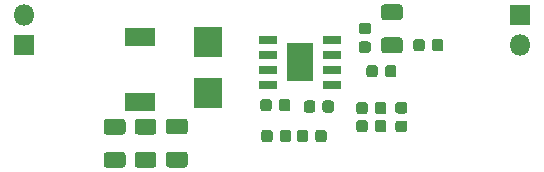
<source format=gbr>
%TF.GenerationSoftware,KiCad,Pcbnew,(5.1.6)-1*%
%TF.CreationDate,2021-05-11T15:15:27+02:00*%
%TF.ProjectId,Buck_Converter,4275636b-5f43-46f6-9e76-65727465722e,rev?*%
%TF.SameCoordinates,Original*%
%TF.FileFunction,Soldermask,Top*%
%TF.FilePolarity,Negative*%
%FSLAX46Y46*%
G04 Gerber Fmt 4.6, Leading zero omitted, Abs format (unit mm)*
G04 Created by KiCad (PCBNEW (5.1.6)-1) date 2021-05-11 15:15:27*
%MOMM*%
%LPD*%
G01*
G04 APERTURE LIST*
%ADD10R,2.400000X2.600000*%
%ADD11R,2.300000X3.200000*%
%ADD12R,1.625000X0.750000*%
%ADD13R,2.500000X1.600000*%
%ADD14R,1.800000X1.800000*%
%ADD15O,1.800000X1.800000*%
G04 APERTURE END LIST*
%TO.C,C1*%
G36*
G01*
X112635000Y-61895000D02*
X111325000Y-61895000D01*
G75*
G02*
X111055000Y-61625000I0J270000D01*
G01*
X111055000Y-60815000D01*
G75*
G02*
X111325000Y-60545000I270000J0D01*
G01*
X112635000Y-60545000D01*
G75*
G02*
X112905000Y-60815000I0J-270000D01*
G01*
X112905000Y-61625000D01*
G75*
G02*
X112635000Y-61895000I-270000J0D01*
G01*
G37*
G36*
G01*
X112635000Y-64695000D02*
X111325000Y-64695000D01*
G75*
G02*
X111055000Y-64425000I0J270000D01*
G01*
X111055000Y-63615000D01*
G75*
G02*
X111325000Y-63345000I270000J0D01*
G01*
X112635000Y-63345000D01*
G75*
G02*
X112905000Y-63615000I0J-270000D01*
G01*
X112905000Y-64425000D01*
G75*
G02*
X112635000Y-64695000I-270000J0D01*
G01*
G37*
%TD*%
%TO.C,C2*%
G36*
G01*
X109971250Y-63090000D02*
X109408750Y-63090000D01*
G75*
G02*
X109165000Y-62846250I0J243750D01*
G01*
X109165000Y-62358750D01*
G75*
G02*
X109408750Y-62115000I243750J0D01*
G01*
X109971250Y-62115000D01*
G75*
G02*
X110215000Y-62358750I0J-243750D01*
G01*
X110215000Y-62846250D01*
G75*
G02*
X109971250Y-63090000I-243750J0D01*
G01*
G37*
G36*
G01*
X109971250Y-64665000D02*
X109408750Y-64665000D01*
G75*
G02*
X109165000Y-64421250I0J243750D01*
G01*
X109165000Y-63933750D01*
G75*
G02*
X109408750Y-63690000I243750J0D01*
G01*
X109971250Y-63690000D01*
G75*
G02*
X110215000Y-63933750I0J-243750D01*
G01*
X110215000Y-64421250D01*
G75*
G02*
X109971250Y-64665000I-243750J0D01*
G01*
G37*
%TD*%
%TO.C,C3*%
G36*
G01*
X102408000Y-69369250D02*
X102408000Y-68806750D01*
G75*
G02*
X102651750Y-68563000I243750J0D01*
G01*
X103139250Y-68563000D01*
G75*
G02*
X103383000Y-68806750I0J-243750D01*
G01*
X103383000Y-69369250D01*
G75*
G02*
X103139250Y-69613000I-243750J0D01*
G01*
X102651750Y-69613000D01*
G75*
G02*
X102408000Y-69369250I0J243750D01*
G01*
G37*
G36*
G01*
X100833000Y-69369250D02*
X100833000Y-68806750D01*
G75*
G02*
X101076750Y-68563000I243750J0D01*
G01*
X101564250Y-68563000D01*
G75*
G02*
X101808000Y-68806750I0J-243750D01*
G01*
X101808000Y-69369250D01*
G75*
G02*
X101564250Y-69613000I-243750J0D01*
G01*
X101076750Y-69613000D01*
G75*
G02*
X100833000Y-69369250I0J243750D01*
G01*
G37*
%TD*%
%TO.C,C4*%
G36*
G01*
X100909200Y-71985450D02*
X100909200Y-71422950D01*
G75*
G02*
X101152950Y-71179200I243750J0D01*
G01*
X101640450Y-71179200D01*
G75*
G02*
X101884200Y-71422950I0J-243750D01*
G01*
X101884200Y-71985450D01*
G75*
G02*
X101640450Y-72229200I-243750J0D01*
G01*
X101152950Y-72229200D01*
G75*
G02*
X100909200Y-71985450I0J243750D01*
G01*
G37*
G36*
G01*
X102484200Y-71985450D02*
X102484200Y-71422950D01*
G75*
G02*
X102727950Y-71179200I243750J0D01*
G01*
X103215450Y-71179200D01*
G75*
G02*
X103459200Y-71422950I0J-243750D01*
G01*
X103459200Y-71985450D01*
G75*
G02*
X103215450Y-72229200I-243750J0D01*
G01*
X102727950Y-72229200D01*
G75*
G02*
X102484200Y-71985450I0J243750D01*
G01*
G37*
%TD*%
%TO.C,C5*%
G36*
G01*
X108961000Y-71147250D02*
X108961000Y-70584750D01*
G75*
G02*
X109204750Y-70341000I243750J0D01*
G01*
X109692250Y-70341000D01*
G75*
G02*
X109936000Y-70584750I0J-243750D01*
G01*
X109936000Y-71147250D01*
G75*
G02*
X109692250Y-71391000I-243750J0D01*
G01*
X109204750Y-71391000D01*
G75*
G02*
X108961000Y-71147250I0J243750D01*
G01*
G37*
G36*
G01*
X110536000Y-71147250D02*
X110536000Y-70584750D01*
G75*
G02*
X110779750Y-70341000I243750J0D01*
G01*
X111267250Y-70341000D01*
G75*
G02*
X111511000Y-70584750I0J-243750D01*
G01*
X111511000Y-71147250D01*
G75*
G02*
X111267250Y-71391000I-243750J0D01*
G01*
X110779750Y-71391000D01*
G75*
G02*
X110536000Y-71147250I0J243750D01*
G01*
G37*
%TD*%
%TO.C,C6*%
G36*
G01*
X89159000Y-74399000D02*
X87849000Y-74399000D01*
G75*
G02*
X87579000Y-74129000I0J270000D01*
G01*
X87579000Y-73319000D01*
G75*
G02*
X87849000Y-73049000I270000J0D01*
G01*
X89159000Y-73049000D01*
G75*
G02*
X89429000Y-73319000I0J-270000D01*
G01*
X89429000Y-74129000D01*
G75*
G02*
X89159000Y-74399000I-270000J0D01*
G01*
G37*
G36*
G01*
X89159000Y-71599000D02*
X87849000Y-71599000D01*
G75*
G02*
X87579000Y-71329000I0J270000D01*
G01*
X87579000Y-70519000D01*
G75*
G02*
X87849000Y-70249000I270000J0D01*
G01*
X89159000Y-70249000D01*
G75*
G02*
X89429000Y-70519000I0J-270000D01*
G01*
X89429000Y-71329000D01*
G75*
G02*
X89159000Y-71599000I-270000J0D01*
G01*
G37*
%TD*%
%TO.C,C7*%
G36*
G01*
X94419000Y-71569000D02*
X93109000Y-71569000D01*
G75*
G02*
X92839000Y-71299000I0J270000D01*
G01*
X92839000Y-70489000D01*
G75*
G02*
X93109000Y-70219000I270000J0D01*
G01*
X94419000Y-70219000D01*
G75*
G02*
X94689000Y-70489000I0J-270000D01*
G01*
X94689000Y-71299000D01*
G75*
G02*
X94419000Y-71569000I-270000J0D01*
G01*
G37*
G36*
G01*
X94419000Y-74369000D02*
X93109000Y-74369000D01*
G75*
G02*
X92839000Y-74099000I0J270000D01*
G01*
X92839000Y-73289000D01*
G75*
G02*
X93109000Y-73019000I270000J0D01*
G01*
X94419000Y-73019000D01*
G75*
G02*
X94689000Y-73289000I0J-270000D01*
G01*
X94689000Y-74099000D01*
G75*
G02*
X94419000Y-74369000I-270000J0D01*
G01*
G37*
%TD*%
%TO.C,C8*%
G36*
G01*
X91779000Y-74379000D02*
X90469000Y-74379000D01*
G75*
G02*
X90199000Y-74109000I0J270000D01*
G01*
X90199000Y-73299000D01*
G75*
G02*
X90469000Y-73029000I270000J0D01*
G01*
X91779000Y-73029000D01*
G75*
G02*
X92049000Y-73299000I0J-270000D01*
G01*
X92049000Y-74109000D01*
G75*
G02*
X91779000Y-74379000I-270000J0D01*
G01*
G37*
G36*
G01*
X91779000Y-71579000D02*
X90469000Y-71579000D01*
G75*
G02*
X90199000Y-71309000I0J270000D01*
G01*
X90199000Y-70499000D01*
G75*
G02*
X90469000Y-70229000I270000J0D01*
G01*
X91779000Y-70229000D01*
G75*
G02*
X92049000Y-70499000I0J-270000D01*
G01*
X92049000Y-71309000D01*
G75*
G02*
X91779000Y-71579000I-270000J0D01*
G01*
G37*
%TD*%
D10*
%TO.C,D1*%
X96416000Y-68054000D03*
X96416000Y-63754000D03*
%TD*%
D11*
%TO.C,IC1*%
X104230000Y-65470000D03*
D12*
X106942000Y-63565000D03*
X106942000Y-64835000D03*
X106942000Y-66105000D03*
X106942000Y-67375000D03*
X101518000Y-67375000D03*
X101518000Y-66105000D03*
X101518000Y-64835000D03*
X101518000Y-63565000D03*
%TD*%
D13*
%TO.C,L1*%
X90678000Y-63290000D03*
X90678000Y-68790000D03*
%TD*%
%TO.C,R1*%
G36*
G01*
X110790000Y-65938750D02*
X110790000Y-66501250D01*
G75*
G02*
X110546250Y-66745000I-243750J0D01*
G01*
X110058750Y-66745000D01*
G75*
G02*
X109815000Y-66501250I0J243750D01*
G01*
X109815000Y-65938750D01*
G75*
G02*
X110058750Y-65695000I243750J0D01*
G01*
X110546250Y-65695000D01*
G75*
G02*
X110790000Y-65938750I0J-243750D01*
G01*
G37*
G36*
G01*
X112365000Y-65938750D02*
X112365000Y-66501250D01*
G75*
G02*
X112121250Y-66745000I-243750J0D01*
G01*
X111633750Y-66745000D01*
G75*
G02*
X111390000Y-66501250I0J243750D01*
G01*
X111390000Y-65938750D01*
G75*
G02*
X111633750Y-65695000I243750J0D01*
G01*
X112121250Y-65695000D01*
G75*
G02*
X112365000Y-65938750I0J-243750D01*
G01*
G37*
%TD*%
%TO.C,R2*%
G36*
G01*
X103906400Y-71985450D02*
X103906400Y-71422950D01*
G75*
G02*
X104150150Y-71179200I243750J0D01*
G01*
X104637650Y-71179200D01*
G75*
G02*
X104881400Y-71422950I0J-243750D01*
G01*
X104881400Y-71985450D01*
G75*
G02*
X104637650Y-72229200I-243750J0D01*
G01*
X104150150Y-72229200D01*
G75*
G02*
X103906400Y-71985450I0J243750D01*
G01*
G37*
G36*
G01*
X105481400Y-71985450D02*
X105481400Y-71422950D01*
G75*
G02*
X105725150Y-71179200I243750J0D01*
G01*
X106212650Y-71179200D01*
G75*
G02*
X106456400Y-71422950I0J-243750D01*
G01*
X106456400Y-71985450D01*
G75*
G02*
X106212650Y-72229200I-243750J0D01*
G01*
X105725150Y-72229200D01*
G75*
G02*
X105481400Y-71985450I0J243750D01*
G01*
G37*
%TD*%
%TO.C,R3*%
G36*
G01*
X109936000Y-69060750D02*
X109936000Y-69623250D01*
G75*
G02*
X109692250Y-69867000I-243750J0D01*
G01*
X109204750Y-69867000D01*
G75*
G02*
X108961000Y-69623250I0J243750D01*
G01*
X108961000Y-69060750D01*
G75*
G02*
X109204750Y-68817000I243750J0D01*
G01*
X109692250Y-68817000D01*
G75*
G02*
X109936000Y-69060750I0J-243750D01*
G01*
G37*
G36*
G01*
X111511000Y-69060750D02*
X111511000Y-69623250D01*
G75*
G02*
X111267250Y-69867000I-243750J0D01*
G01*
X110779750Y-69867000D01*
G75*
G02*
X110536000Y-69623250I0J243750D01*
G01*
X110536000Y-69060750D01*
G75*
G02*
X110779750Y-68817000I243750J0D01*
G01*
X111267250Y-68817000D01*
G75*
G02*
X111511000Y-69060750I0J-243750D01*
G01*
G37*
%TD*%
%TO.C,R5*%
G36*
G01*
X112494750Y-68829000D02*
X113057250Y-68829000D01*
G75*
G02*
X113301000Y-69072750I0J-243750D01*
G01*
X113301000Y-69560250D01*
G75*
G02*
X113057250Y-69804000I-243750J0D01*
G01*
X112494750Y-69804000D01*
G75*
G02*
X112251000Y-69560250I0J243750D01*
G01*
X112251000Y-69072750D01*
G75*
G02*
X112494750Y-68829000I243750J0D01*
G01*
G37*
G36*
G01*
X112494750Y-70404000D02*
X113057250Y-70404000D01*
G75*
G02*
X113301000Y-70647750I0J-243750D01*
G01*
X113301000Y-71135250D01*
G75*
G02*
X113057250Y-71379000I-243750J0D01*
G01*
X112494750Y-71379000D01*
G75*
G02*
X112251000Y-71135250I0J243750D01*
G01*
X112251000Y-70647750D01*
G75*
G02*
X112494750Y-70404000I243750J0D01*
G01*
G37*
%TD*%
%TO.C,R4*%
G36*
G01*
X107075000Y-68928750D02*
X107075000Y-69491250D01*
G75*
G02*
X106831250Y-69735000I-243750J0D01*
G01*
X106343750Y-69735000D01*
G75*
G02*
X106100000Y-69491250I0J243750D01*
G01*
X106100000Y-68928750D01*
G75*
G02*
X106343750Y-68685000I243750J0D01*
G01*
X106831250Y-68685000D01*
G75*
G02*
X107075000Y-68928750I0J-243750D01*
G01*
G37*
G36*
G01*
X105500000Y-68928750D02*
X105500000Y-69491250D01*
G75*
G02*
X105256250Y-69735000I-243750J0D01*
G01*
X104768750Y-69735000D01*
G75*
G02*
X104525000Y-69491250I0J243750D01*
G01*
X104525000Y-68928750D01*
G75*
G02*
X104768750Y-68685000I243750J0D01*
G01*
X105256250Y-68685000D01*
G75*
G02*
X105500000Y-68928750I0J-243750D01*
G01*
G37*
%TD*%
%TO.C,R6*%
G36*
G01*
X116337000Y-63726750D02*
X116337000Y-64289250D01*
G75*
G02*
X116093250Y-64533000I-243750J0D01*
G01*
X115605750Y-64533000D01*
G75*
G02*
X115362000Y-64289250I0J243750D01*
G01*
X115362000Y-63726750D01*
G75*
G02*
X115605750Y-63483000I243750J0D01*
G01*
X116093250Y-63483000D01*
G75*
G02*
X116337000Y-63726750I0J-243750D01*
G01*
G37*
G36*
G01*
X114762000Y-63726750D02*
X114762000Y-64289250D01*
G75*
G02*
X114518250Y-64533000I-243750J0D01*
G01*
X114030750Y-64533000D01*
G75*
G02*
X113787000Y-64289250I0J243750D01*
G01*
X113787000Y-63726750D01*
G75*
G02*
X114030750Y-63483000I243750J0D01*
G01*
X114518250Y-63483000D01*
G75*
G02*
X114762000Y-63726750I0J-243750D01*
G01*
G37*
%TD*%
D14*
%TO.C,J1*%
X122859800Y-61429900D03*
D15*
X122859800Y-63969900D03*
%TD*%
%TO.C,J2*%
X80797400Y-61429900D03*
D14*
X80797400Y-63969900D03*
%TD*%
M02*

</source>
